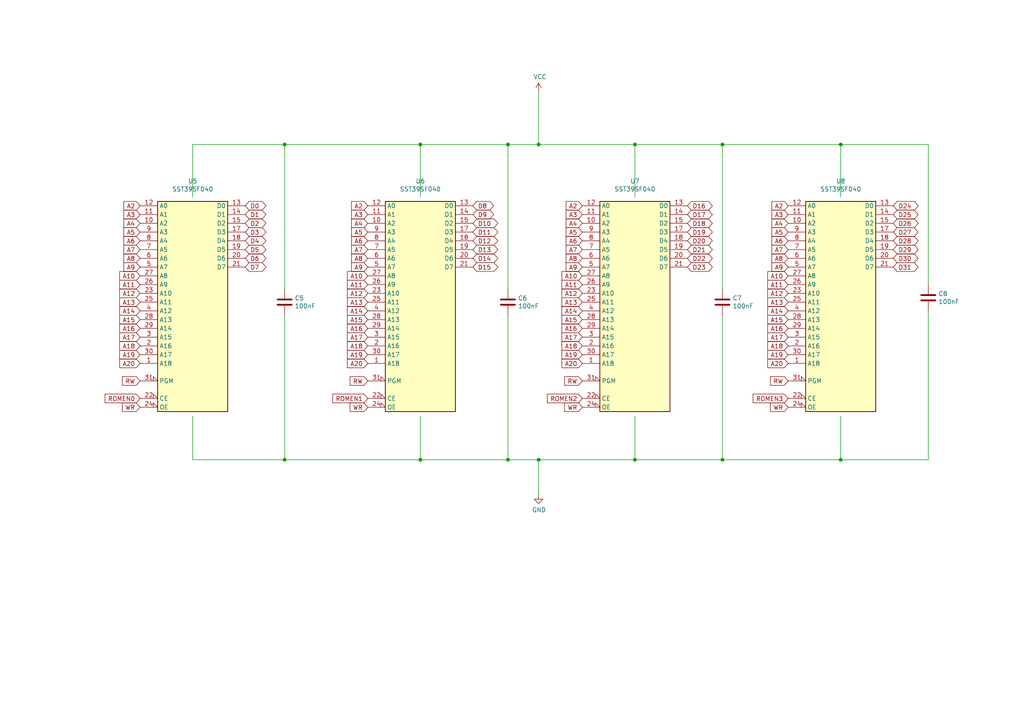
<source format=kicad_sch>
(kicad_sch (version 20211123) (generator eeschema)
  (paper "A4")
  (title_block (title "rosco_m68k Pro (030) Prototype") (date "2023-11-11") (rev "p5") (company "The Really Old-School Company Limited") (comment 1 "Copyright ©2021-2023 The Really Old-School Company Limited") (comment 2 "Open Source Hardware (CERN OHL)") (comment 3 "Prototype Hardware! Not suitable for general use!"))
  (lib_symbols
    (symbol "Device:C" (pin_numbers hide) (pin_names (offset 0.254))
      (property "Reference" "C" (at 0.635 2.54 0))
      (property "Value" "C" (at 0.635 -2.54 0))
      (symbol "C_0_1"
        (polyline (pts (xy -2.032 -0.762) (xy 2.032 -0.762)) (stroke (width 0.508)))
        (polyline (pts (xy -2.032 0.762) (xy 2.032 0.762)) (stroke (width 0.508)))
      )
      (symbol "C_1_1"
        (pin passive line (at 0 3.81 270) (length 2.794) (name "~") (number "1"))
        (pin passive line (at 0 -3.81 90) (length 2.794) (name "~") (number "2"))
      )
    )
    (symbol "Memory_Flash:SST39SF040"
      (property "Reference" "U" (at 2.54 33.02 0))
      (property "Value" "SST39SF040" (at 0 -30.48 0))
      (symbol "SST39SF040_0_0"
        (pin power_in line (at 0 -30.48 90) (length 1.27) hide (name "GND") (number "16"))
        (pin power_in line (at 0 33.02 270) (length 1.27) hide (name "VCC") (number "32"))
      )
      (symbol "SST39SF040_0_1"
        (rectangle (start -10.16 31.75) (end 10.16 -29.21) (stroke (width 0.254)) (fill (type background)))
      )
      (symbol "SST39SF040_1_1"
        (pin input line (at -15.24 -15.24 0) (length 5.08) (name "A18") (number "1"))
        (pin input line (at -15.24 25.4 0) (length 5.08) (name "A2") (number "10"))
        (pin input line (at -15.24 27.94 0) (length 5.08) (name "A1") (number "11"))
        (pin input line (at -15.24 30.48 0) (length 5.08) (name "A0") (number "12"))
        (pin tri_state line (at 15.24 30.48 180) (length 5.08) (name "D0") (number "13"))
        (pin tri_state line (at 15.24 27.94 180) (length 5.08) (name "D1") (number "14"))
        (pin tri_state line (at 15.24 25.4 180) (length 5.08) (name "D2") (number "15"))
        (pin tri_state line (at 15.24 22.86 180) (length 5.08) (name "D3") (number "17"))
        (pin tri_state line (at 15.24 20.32 180) (length 5.08) (name "D4") (number "18"))
        (pin tri_state line (at 15.24 17.78 180) (length 5.08) (name "D5") (number "19"))
        (pin input line (at -15.24 -10.16 0) (length 5.08) (name "A16") (number "2"))
        (pin tri_state line (at 15.24 15.24 180) (length 5.08) (name "D6") (number "20"))
        (pin tri_state line (at 15.24 12.7 180) (length 5.08) (name "D7") (number "21"))
        (pin input input_low (at -15.24 -25.4 0) (length 5.08) (name "CE") (number "22"))
        (pin input line (at -15.24 5.08 0) (length 5.08) (name "A10") (number "23"))
        (pin input input_low (at -15.24 -27.94 0) (length 5.08) (name "OE") (number "24"))
        (pin input line (at -15.24 2.54 0) (length 5.08) (name "A11") (number "25"))
        (pin input line (at -15.24 7.62 0) (length 5.08) (name "A9") (number "26"))
        (pin input line (at -15.24 10.16 0) (length 5.08) (name "A8") (number "27"))
        (pin input line (at -15.24 -2.54 0) (length 5.08) (name "A13") (number "28"))
        (pin input line (at -15.24 -5.08 0) (length 5.08) (name "A14") (number "29"))
        (pin input line (at -15.24 -7.62 0) (length 5.08) (name "A15") (number "3"))
        (pin input line (at -15.24 -12.7 0) (length 5.08) (name "A17") (number "30"))
        (pin input input_low (at -15.24 -20.32 0) (length 5.08) (name "PGM") (number "31"))
        (pin input line (at -15.24 0 0) (length 5.08) (name "A12") (number "4"))
        (pin input line (at -15.24 12.7 0) (length 5.08) (name "A7") (number "5"))
        (pin input line (at -15.24 15.24 0) (length 5.08) (name "A6") (number "6"))
        (pin input line (at -15.24 17.78 0) (length 5.08) (name "A5") (number "7"))
        (pin input line (at -15.24 20.32 0) (length 5.08) (name "A4") (number "8"))
        (pin input line (at -15.24 22.86 0) (length 5.08) (name "A3") (number "9"))
      )
    )
    (symbol "power:GND" (power) (pin_names (offset 0))
      (property "Value" "GND" (at 0 -3.81 0))
      (symbol "GND_0_1"
        (polyline (pts (xy 0 0) (xy 0 -1.27) (xy 1.27 -1.27) (xy 0 -2.54) (xy -1.27 -1.27) (xy 0 -1.27)))
      )
      (symbol "GND_1_1"
        (pin power_in line (at 0 0 270) (length 0) hide (name "GND") (number "1"))
      )
    )
    (symbol "power:VCC" (power) (pin_names (offset 0))
      (property "Value" "VCC" (at 0 3.81 0))
      (symbol "VCC_0_1"
        (polyline (pts (xy -0.762 1.27) (xy 0 2.54)))
        (polyline (pts (xy 0 0) (xy 0 2.54)))
        (polyline (pts (xy 0 2.54) (xy 0.762 1.27)))
      )
      (symbol "VCC_1_1"
        (pin power_in line (at 0 0 90) (length 0) hide (name "VCC") (number "1"))
      )
    )
  )
  (junction (at 184.15 133.35))
  (junction (at 147.32 41.91))
  (junction (at 209.55 133.35))
  (junction (at 147.32 133.35))
  (junction (at 209.55 41.91))
  (junction (at 156.21 133.35))
  (junction (at 184.15 41.91))
  (junction (at 156.21 41.91))
  (junction (at 243.84 41.91))
  (junction (at 243.84 133.35))
  (junction (at 121.92 41.91))
  (junction (at 82.55 133.35))
  (junction (at 82.55 41.91))
  (junction (at 121.92 133.35))
  (wire (pts (xy 184.15 41.91) (xy 209.55 41.91)))
  (wire (pts (xy 121.92 41.91) (xy 121.92 57.15)))
  (wire (pts (xy 55.88 120.65) (xy 55.88 133.35)))
  (wire (pts (xy 243.84 41.91) (xy 243.84 57.15)))
  (wire (pts (xy 55.88 133.35) (xy 82.55 133.35)))
  (wire (pts (xy 121.92 41.91) (xy 147.32 41.91)))
  (wire (pts (xy 209.55 91.44) (xy 209.55 133.35)))
  (wire (pts (xy 82.55 41.91) (xy 121.92 41.91)))
  (wire (pts (xy 147.32 41.91) (xy 156.21 41.91)))
  (wire (pts (xy 156.21 41.91) (xy 184.15 41.91)))
  (wire (pts (xy 55.88 41.91) (xy 82.55 41.91)))
  (wire (pts (xy 82.55 91.44) (xy 82.55 133.35)))
  (wire (pts (xy 209.55 41.91) (xy 243.84 41.91)))
  (wire (pts (xy 269.24 41.91) (xy 243.84 41.91)))
  (wire (pts (xy 147.32 91.44) (xy 147.32 133.35)))
  (wire (pts (xy 243.84 133.35) (xy 243.84 120.65)))
  (wire (pts (xy 156.21 26.67) (xy 156.21 41.91)))
  (wire (pts (xy 209.55 83.82) (xy 209.55 41.91)))
  (wire (pts (xy 55.88 57.15) (xy 55.88 41.91)))
  (wire (pts (xy 121.92 133.35) (xy 147.32 133.35)))
  (wire (pts (xy 269.24 133.35) (xy 269.24 90.17)))
  (wire (pts (xy 156.21 143.51) (xy 156.21 133.35)))
  (wire (pts (xy 82.55 83.82) (xy 82.55 41.91)))
  (wire (pts (xy 156.21 133.35) (xy 184.15 133.35)))
  (wire (pts (xy 184.15 120.65) (xy 184.15 133.35)))
  (wire (pts (xy 269.24 82.55) (xy 269.24 41.91)))
  (wire (pts (xy 184.15 133.35) (xy 209.55 133.35)))
  (wire (pts (xy 184.15 41.91) (xy 184.15 57.15)))
  (wire (pts (xy 121.92 120.65) (xy 121.92 133.35)))
  (wire (pts (xy 209.55 133.35) (xy 243.84 133.35)))
  (wire (pts (xy 82.55 133.35) (xy 121.92 133.35)))
  (wire (pts (xy 147.32 83.82) (xy 147.32 41.91)))
  (wire (pts (xy 243.84 133.35) (xy 269.24 133.35)))
  (wire (pts (xy 147.32 133.35) (xy 156.21 133.35)))
  (global_label "A6" (shape input) (at 168.91 69.85 180) (property "Intersheet References" "${INTERSHEET_REFS}" (effects hide)))
  (global_label "A14" (shape input) (at 228.6 90.17 180) (property "Intersheet References" "${INTERSHEET_REFS}" (effects hide)))
  (global_label "A14" (shape input) (at 168.91 90.17 180) (property "Intersheet References" "${INTERSHEET_REFS}" (effects hide)))
  (global_label "A16" (shape input) (at 40.64 95.25 180) (property "Intersheet References" "${INTERSHEET_REFS}" (effects hide)))
  (global_label "D26" (shape bidirectional) (at 259.08 64.77 0) (property "Intersheet References" "${INTERSHEET_REFS}" (effects hide)))
  (global_label "D7" (shape bidirectional) (at 71.12 77.47 0) (property "Intersheet References" "${INTERSHEET_REFS}" (effects hide)))
  (global_label "D9" (shape bidirectional) (at 137.16 62.23 0) (property "Intersheet References" "${INTERSHEET_REFS}" (effects hide)))
  (global_label "A20" (shape input) (at 106.68 105.41 180) (property "Intersheet References" "${INTERSHEET_REFS}" (effects hide)))
  (global_label "ROMEN3" (shape input) (at 228.6 115.57 180) (property "Intersheet References" "${INTERSHEET_REFS}" (effects hide)))
  (global_label "D29" (shape bidirectional) (at 259.08 72.39 0) (property "Intersheet References" "${INTERSHEET_REFS}" (effects hide)))
  (global_label "A6" (shape input) (at 228.6 69.85 180) (property "Intersheet References" "${INTERSHEET_REFS}" (effects hide)))
  (global_label "A4" (shape input) (at 40.64 64.77 180) (property "Intersheet References" "${INTERSHEET_REFS}" (effects hide)))
  (global_label "A6" (shape input) (at 106.68 69.85 180) (property "Intersheet References" "${INTERSHEET_REFS}" (effects hide)))
  (global_label "A2" (shape input) (at 40.64 59.69 180) (property "Intersheet References" "${INTERSHEET_REFS}" (effects hide)))
  (global_label "D21" (shape bidirectional) (at 199.39 72.39 0) (property "Intersheet References" "${INTERSHEET_REFS}" (effects hide)))
  (global_label "A3" (shape input) (at 168.91 62.23 180) (property "Intersheet References" "${INTERSHEET_REFS}" (effects hide)))
  (global_label "A17" (shape input) (at 168.91 97.79 180) (property "Intersheet References" "${INTERSHEET_REFS}" (effects hide)))
  (global_label "A3" (shape input) (at 228.6 62.23 180) (property "Intersheet References" "${INTERSHEET_REFS}" (effects hide)))
  (global_label "A17" (shape input) (at 40.64 97.79 180) (property "Intersheet References" "${INTERSHEET_REFS}" (effects hide)))
  (global_label "D23" (shape bidirectional) (at 199.39 77.47 0) (property "Intersheet References" "${INTERSHEET_REFS}" (effects hide)))
  (global_label "A4" (shape input) (at 168.91 64.77 180) (property "Intersheet References" "${INTERSHEET_REFS}" (effects hide)))
  (global_label "D1" (shape bidirectional) (at 71.12 62.23 0) (property "Intersheet References" "${INTERSHEET_REFS}" (effects hide)))
  (global_label "A11" (shape input) (at 40.64 82.55 180) (property "Intersheet References" "${INTERSHEET_REFS}" (effects hide)))
  (global_label "ROMEN2" (shape input) (at 168.91 115.57 180) (property "Intersheet References" "${INTERSHEET_REFS}" (effects hide)))
  (global_label "A19" (shape input) (at 40.64 102.87 180) (property "Intersheet References" "${INTERSHEET_REFS}" (effects hide)))
  (global_label "D30" (shape bidirectional) (at 259.08 74.93 0) (property "Intersheet References" "${INTERSHEET_REFS}" (effects hide)))
  (global_label "A3" (shape input) (at 106.68 62.23 180) (property "Intersheet References" "${INTERSHEET_REFS}" (effects hide)))
  (global_label "D10" (shape bidirectional) (at 137.16 64.77 0) (property "Intersheet References" "${INTERSHEET_REFS}" (effects hide)))
  (global_label "A10" (shape input) (at 168.91 80.01 180) (property "Intersheet References" "${INTERSHEET_REFS}" (effects hide)))
  (global_label "A20" (shape input) (at 40.64 105.41 180) (property "Intersheet References" "${INTERSHEET_REFS}" (effects hide)))
  (global_label "A18" (shape input) (at 228.6 100.33 180) (property "Intersheet References" "${INTERSHEET_REFS}" (effects hide)))
  (global_label "D20" (shape bidirectional) (at 199.39 69.85 0) (property "Intersheet References" "${INTERSHEET_REFS}" (effects hide)))
  (global_label "A13" (shape input) (at 40.64 87.63 180) (property "Intersheet References" "${INTERSHEET_REFS}" (effects hide)))
  (global_label "D19" (shape bidirectional) (at 199.39 67.31 0) (property "Intersheet References" "${INTERSHEET_REFS}" (effects hide)))
  (global_label "A13" (shape input) (at 168.91 87.63 180) (property "Intersheet References" "${INTERSHEET_REFS}" (effects hide)))
  (global_label "A8" (shape input) (at 228.6 74.93 180) (property "Intersheet References" "${INTERSHEET_REFS}" (effects hide)))
  (global_label "A4" (shape input) (at 228.6 64.77 180) (property "Intersheet References" "${INTERSHEET_REFS}" (effects hide)))
  (global_label "A5" (shape input) (at 40.64 67.31 180) (property "Intersheet References" "${INTERSHEET_REFS}" (effects hide)))
  (global_label "A19" (shape input) (at 228.6 102.87 180) (property "Intersheet References" "${INTERSHEET_REFS}" (effects hide)))
  (global_label "ROMEN0" (shape input) (at 40.64 115.57 180) (property "Intersheet References" "${INTERSHEET_REFS}" (effects hide)))
  (global_label "A15" (shape input) (at 228.6 92.71 180) (property "Intersheet References" "${INTERSHEET_REFS}" (effects hide)))
  (global_label "A12" (shape input) (at 168.91 85.09 180) (property "Intersheet References" "${INTERSHEET_REFS}" (effects hide)))
  (global_label "A8" (shape input) (at 106.68 74.93 180) (property "Intersheet References" "${INTERSHEET_REFS}" (effects hide)))
  (global_label "D22" (shape bidirectional) (at 199.39 74.93 0) (property "Intersheet References" "${INTERSHEET_REFS}" (effects hide)))
  (global_label "A18" (shape input) (at 106.68 100.33 180) (property "Intersheet References" "${INTERSHEET_REFS}" (effects hide)))
  (global_label "WR" (shape input) (at 40.64 118.11 180) (property "Intersheet References" "${INTERSHEET_REFS}" (effects hide)))
  (global_label "RW" (shape input) (at 40.64 110.49 180) (property "Intersheet References" "${INTERSHEET_REFS}" (effects hide)))
  (global_label "A7" (shape input) (at 228.6 72.39 180) (property "Intersheet References" "${INTERSHEET_REFS}" (effects hide)))
  (global_label "A9" (shape input) (at 228.6 77.47 180) (property "Intersheet References" "${INTERSHEET_REFS}" (effects hide)))
  (global_label "D4" (shape bidirectional) (at 71.12 69.85 0) (property "Intersheet References" "${INTERSHEET_REFS}" (effects hide)))
  (global_label "A15" (shape input) (at 106.68 92.71 180) (property "Intersheet References" "${INTERSHEET_REFS}" (effects hide)))
  (global_label "A19" (shape input) (at 106.68 102.87 180) (property "Intersheet References" "${INTERSHEET_REFS}" (effects hide)))
  (global_label "A12" (shape input) (at 40.64 85.09 180) (property "Intersheet References" "${INTERSHEET_REFS}" (effects hide)))
  (global_label "D11" (shape bidirectional) (at 137.16 67.31 0) (property "Intersheet References" "${INTERSHEET_REFS}" (effects hide)))
  (global_label "A18" (shape input) (at 40.64 100.33 180) (property "Intersheet References" "${INTERSHEET_REFS}" (effects hide)))
  (global_label "A12" (shape input) (at 228.6 85.09 180) (property "Intersheet References" "${INTERSHEET_REFS}" (effects hide)))
  (global_label "A2" (shape input) (at 228.6 59.69 180) (property "Intersheet References" "${INTERSHEET_REFS}" (effects hide)))
  (global_label "A7" (shape input) (at 106.68 72.39 180) (property "Intersheet References" "${INTERSHEET_REFS}" (effects hide)))
  (global_label "A11" (shape input) (at 228.6 82.55 180) (property "Intersheet References" "${INTERSHEET_REFS}" (effects hide)))
  (global_label "A15" (shape input) (at 40.64 92.71 180) (property "Intersheet References" "${INTERSHEET_REFS}" (effects hide)))
  (global_label "A9" (shape input) (at 40.64 77.47 180) (property "Intersheet References" "${INTERSHEET_REFS}" (effects hide)))
  (global_label "D15" (shape bidirectional) (at 137.16 77.47 0) (property "Intersheet References" "${INTERSHEET_REFS}" (effects hide)))
  (global_label "RW" (shape input) (at 228.6 110.49 180) (property "Intersheet References" "${INTERSHEET_REFS}" (effects hide)))
  (global_label "A3" (shape input) (at 40.64 62.23 180) (property "Intersheet References" "${INTERSHEET_REFS}" (effects hide)))
  (global_label "A11" (shape input) (at 106.68 82.55 180) (property "Intersheet References" "${INTERSHEET_REFS}" (effects hide)))
  (global_label "A17" (shape input) (at 228.6 97.79 180) (property "Intersheet References" "${INTERSHEET_REFS}" (effects hide)))
  (global_label "D18" (shape bidirectional) (at 199.39 64.77 0) (property "Intersheet References" "${INTERSHEET_REFS}" (effects hide)))
  (global_label "D25" (shape bidirectional) (at 259.08 62.23 0) (property "Intersheet References" "${INTERSHEET_REFS}" (effects hide)))
  (global_label "D5" (shape bidirectional) (at 71.12 72.39 0) (property "Intersheet References" "${INTERSHEET_REFS}" (effects hide)))
  (global_label "A10" (shape input) (at 228.6 80.01 180) (property "Intersheet References" "${INTERSHEET_REFS}" (effects hide)))
  (global_label "A10" (shape input) (at 106.68 80.01 180) (property "Intersheet References" "${INTERSHEET_REFS}" (effects hide)))
  (global_label "A5" (shape input) (at 228.6 67.31 180) (property "Intersheet References" "${INTERSHEET_REFS}" (effects hide)))
  (global_label "A16" (shape input) (at 168.91 95.25 180) (property "Intersheet References" "${INTERSHEET_REFS}" (effects hide)))
  (global_label "A7" (shape input) (at 168.91 72.39 180) (property "Intersheet References" "${INTERSHEET_REFS}" (effects hide)))
  (global_label "A4" (shape input) (at 106.68 64.77 180) (property "Intersheet References" "${INTERSHEET_REFS}" (effects hide)))
  (global_label "A14" (shape input) (at 40.64 90.17 180) (property "Intersheet References" "${INTERSHEET_REFS}" (effects hide)))
  (global_label "WR" (shape input) (at 106.68 118.11 180) (property "Intersheet References" "${INTERSHEET_REFS}" (effects hide)))
  (global_label "A16" (shape input) (at 106.68 95.25 180) (property "Intersheet References" "${INTERSHEET_REFS}" (effects hide)))
  (global_label "A14" (shape input) (at 106.68 90.17 180) (property "Intersheet References" "${INTERSHEET_REFS}" (effects hide)))
  (global_label "D17" (shape bidirectional) (at 199.39 62.23 0) (property "Intersheet References" "${INTERSHEET_REFS}" (effects hide)))
  (global_label "A19" (shape input) (at 168.91 102.87 180) (property "Intersheet References" "${INTERSHEET_REFS}" (effects hide)))
  (global_label "D0" (shape bidirectional) (at 71.12 59.69 0) (property "Intersheet References" "${INTERSHEET_REFS}" (effects hide)))
  (global_label "D24" (shape bidirectional) (at 259.08 59.69 0) (property "Intersheet References" "${INTERSHEET_REFS}" (effects hide)))
  (global_label "D31" (shape bidirectional) (at 259.08 77.47 0) (property "Intersheet References" "${INTERSHEET_REFS}" (effects hide)))
  (global_label "A5" (shape input) (at 168.91 67.31 180) (property "Intersheet References" "${INTERSHEET_REFS}" (effects hide)))
  (global_label "D27" (shape bidirectional) (at 259.08 67.31 0) (property "Intersheet References" "${INTERSHEET_REFS}" (effects hide)))
  (global_label "D13" (shape bidirectional) (at 137.16 72.39 0) (property "Intersheet References" "${INTERSHEET_REFS}" (effects hide)))
  (global_label "A15" (shape input) (at 168.91 92.71 180) (property "Intersheet References" "${INTERSHEET_REFS}" (effects hide)))
  (global_label "A16" (shape input) (at 228.6 95.25 180) (property "Intersheet References" "${INTERSHEET_REFS}" (effects hide)))
  (global_label "RW" (shape input) (at 106.68 110.49 180) (property "Intersheet References" "${INTERSHEET_REFS}" (effects hide)))
  (global_label "A9" (shape input) (at 168.91 77.47 180) (property "Intersheet References" "${INTERSHEET_REFS}" (effects hide)))
  (global_label "D14" (shape bidirectional) (at 137.16 74.93 0) (property "Intersheet References" "${INTERSHEET_REFS}" (effects hide)))
  (global_label "A18" (shape input) (at 168.91 100.33 180) (property "Intersheet References" "${INTERSHEET_REFS}" (effects hide)))
  (global_label "A12" (shape input) (at 106.68 85.09 180) (property "Intersheet References" "${INTERSHEET_REFS}" (effects hide)))
  (global_label "A6" (shape input) (at 40.64 69.85 180) (property "Intersheet References" "${INTERSHEET_REFS}" (effects hide)))
  (global_label "A2" (shape input) (at 168.91 59.69 180) (property "Intersheet References" "${INTERSHEET_REFS}" (effects hide)))
  (global_label "A11" (shape input) (at 168.91 82.55 180) (property "Intersheet References" "${INTERSHEET_REFS}" (effects hide)))
  (global_label "D12" (shape bidirectional) (at 137.16 69.85 0) (property "Intersheet References" "${INTERSHEET_REFS}" (effects hide)))
  (global_label "WR" (shape input) (at 228.6 118.11 180) (property "Intersheet References" "${INTERSHEET_REFS}" (effects hide)))
  (global_label "A13" (shape input) (at 106.68 87.63 180) (property "Intersheet References" "${INTERSHEET_REFS}" (effects hide)))
  (global_label "A20" (shape input) (at 228.6 105.41 180) (property "Intersheet References" "${INTERSHEET_REFS}" (effects hide)))
  (global_label "A7" (shape input) (at 40.64 72.39 180) (property "Intersheet References" "${INTERSHEET_REFS}" (effects hide)))
  (global_label "D8" (shape bidirectional) (at 137.16 59.69 0) (property "Intersheet References" "${INTERSHEET_REFS}" (effects hide)))
  (global_label "D16" (shape bidirectional) (at 199.39 59.69 0) (property "Intersheet References" "${INTERSHEET_REFS}" (effects hide)))
  (global_label "ROMEN1" (shape input) (at 106.68 115.57 180) (property "Intersheet References" "${INTERSHEET_REFS}" (effects hide)))
  (global_label "D3" (shape bidirectional) (at 71.12 67.31 0) (property "Intersheet References" "${INTERSHEET_REFS}" (effects hide)))
  (global_label "D28" (shape bidirectional) (at 259.08 69.85 0) (property "Intersheet References" "${INTERSHEET_REFS}" (effects hide)))
  (global_label "WR" (shape input) (at 168.91 118.11 180) (property "Intersheet References" "${INTERSHEET_REFS}" (effects hide)))
  (global_label "A13" (shape input) (at 228.6 87.63 180) (property "Intersheet References" "${INTERSHEET_REFS}" (effects hide)))
  (global_label "D2" (shape bidirectional) (at 71.12 64.77 0) (property "Intersheet References" "${INTERSHEET_REFS}" (effects hide)))
  (global_label "A5" (shape input) (at 106.68 67.31 180) (property "Intersheet References" "${INTERSHEET_REFS}" (effects hide)))
  (global_label "A9" (shape input) (at 106.68 77.47 180) (property "Intersheet References" "${INTERSHEET_REFS}" (effects hide)))
  (global_label "RW" (shape input) (at 168.91 110.49 180) (property "Intersheet References" "${INTERSHEET_REFS}" (effects hide)))
  (global_label "A20" (shape input) (at 168.91 105.41 180) (property "Intersheet References" "${INTERSHEET_REFS}" (effects hide)))
  (global_label "A10" (shape input) (at 40.64 80.01 180) (property "Intersheet References" "${INTERSHEET_REFS}" (effects hide)))
  (global_label "A2" (shape input) (at 106.68 59.69 180) (property "Intersheet References" "${INTERSHEET_REFS}" (effects hide)))
  (global_label "A17" (shape input) (at 106.68 97.79 180) (property "Intersheet References" "${INTERSHEET_REFS}" (effects hide)))
  (global_label "A8" (shape input) (at 40.64 74.93 180) (property "Intersheet References" "${INTERSHEET_REFS}" (effects hide)))
  (global_label "D6" (shape bidirectional) (at 71.12 74.93 0) (property "Intersheet References" "${INTERSHEET_REFS}" (effects hide)))
  (global_label "A8" (shape input) (at 168.91 74.93 180) (property "Intersheet References" "${INTERSHEET_REFS}" (effects hide)))
  (symbol (lib_id "Memory_Flash:SST39SF040") (at 121.92 90.17 0) (unit 1)
    (property "Reference" "U6" (at 121.92 52.5526 0))
    (property "Value" "SST39SF040" (at 121.92 54.864 0))
    (property "Footprint" "Package_DIP:DIP-32_W15.24mm_Socket_LongPads" (effects hide))
    (property "Datasheet" "http://ww1.microchip.com/downloads/en/DeviceDoc/25022B.pdf" (effects hide))
  )
  (symbol (lib_id "Memory_Flash:SST39SF040") (at 55.88 90.17 0) (unit 1)
    (property "Reference" "U5" (at 55.88 52.5526 0))
    (property "Value" "SST39SF040" (at 55.88 54.864 0))
    (property "Footprint" "Package_DIP:DIP-32_W15.24mm_Socket_LongPads" (effects hide))
    (property "Datasheet" "http://ww1.microchip.com/downloads/en/DeviceDoc/25022B.pdf" (effects hide))
  )
  (symbol (lib_id "Memory_Flash:SST39SF040") (at 184.15 90.17 0) (unit 1)
    (property "Reference" "U7" (at 184.15 52.5526 0))
    (property "Value" "SST39SF040" (at 184.15 54.864 0))
    (property "Footprint" "Package_DIP:DIP-32_W15.24mm_Socket_LongPads" (effects hide))
    (property "Datasheet" "http://ww1.microchip.com/downloads/en/DeviceDoc/25022B.pdf" (effects hide))
  )
  (symbol (lib_id "Memory_Flash:SST39SF040") (at 243.84 90.17 0) (unit 1)
    (property "Reference" "U8" (at 243.84 52.5526 0))
    (property "Value" "SST39SF040" (at 243.84 54.864 0))
    (property "Footprint" "Package_DIP:DIP-32_W15.24mm_Socket_LongPads" (effects hide))
    (property "Datasheet" "http://ww1.microchip.com/downloads/en/DeviceDoc/25022B.pdf" (effects hide))
  )
  (symbol (lib_id "power:VCC") (at 156.21 26.67 0) (unit 1)
    (property "Reference" "#PWR010" (effects hide))
    (property "Value" "VCC" (at 156.6418 22.2758 0))
  )
  (symbol (lib_id "power:GND") (at 156.21 143.51 0) (unit 1)
    (property "Reference" "#PWR011" (effects hide))
    (property "Value" "GND" (at 156.337 147.9042 0))
  )
  (symbol (lib_id "Device:C") (at 82.55 87.63 0) (unit 1)
    (property "Reference" "C5" (at 85.471 86.4616 0) (effects (justify left)))
    (property "Value" "100nF" (at 85.471 88.773 0) (effects (justify left)))
    (property "Footprint" "Capacitor_THT:C_Rect_L4.0mm_W2.5mm_P2.50mm" (effects hide))
  )
  (symbol (lib_id "Device:C") (at 147.32 87.63 0) (unit 1)
    (property "Reference" "C6" (at 150.241 86.4616 0) (effects (justify left)))
    (property "Value" "100nF" (at 150.241 88.773 0) (effects (justify left)))
    (property "Footprint" "Capacitor_THT:C_Rect_L4.0mm_W2.5mm_P2.50mm" (effects hide))
  )
  (symbol (lib_id "Device:C") (at 209.55 87.63 0) (unit 1)
    (property "Reference" "C7" (at 212.471 86.4616 0) (effects (justify left)))
    (property "Value" "100nF" (at 212.471 88.773 0) (effects (justify left)))
    (property "Footprint" "Capacitor_THT:C_Rect_L4.0mm_W2.5mm_P2.50mm" (effects hide))
  )
  (symbol (lib_id "Device:C") (at 269.24 86.36 0) (unit 1)
    (property "Reference" "C8" (at 272.161 85.1916 0) (effects (justify left)))
    (property "Value" "100nF" (at 272.161 87.503 0) (effects (justify left)))
    (property "Footprint" "Capacitor_THT:C_Rect_L4.0mm_W2.5mm_P2.50mm" (effects hide))
  )
)
</source>
